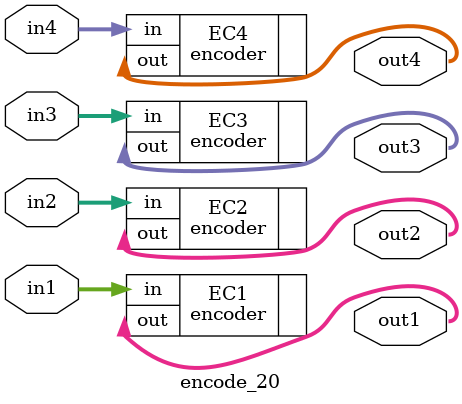
<source format=v>
`timescale 1ns / 1ps


module encode_20(in1,in2,in3,in4,out1,out2,out3,out4);
input [3:0] in1;
input [3:0] in2;
input [3:0] in3;
input [3:0] in4;
output [4:0] out1;
output [4:0] out2;
output [4:0] out3;
output [4:0] out4;
//output [19:0] total;

encoder EC1(.in(in1), .out(out1));
encoder EC2(.in(in2), .out(out2));
encoder EC3(.in(in3), .out(out3));
encoder EC4(.in(in4), .out(out4));
//assign total=out1+out2*16**2+out3*16**3+out4*16**4;

endmodule

</source>
